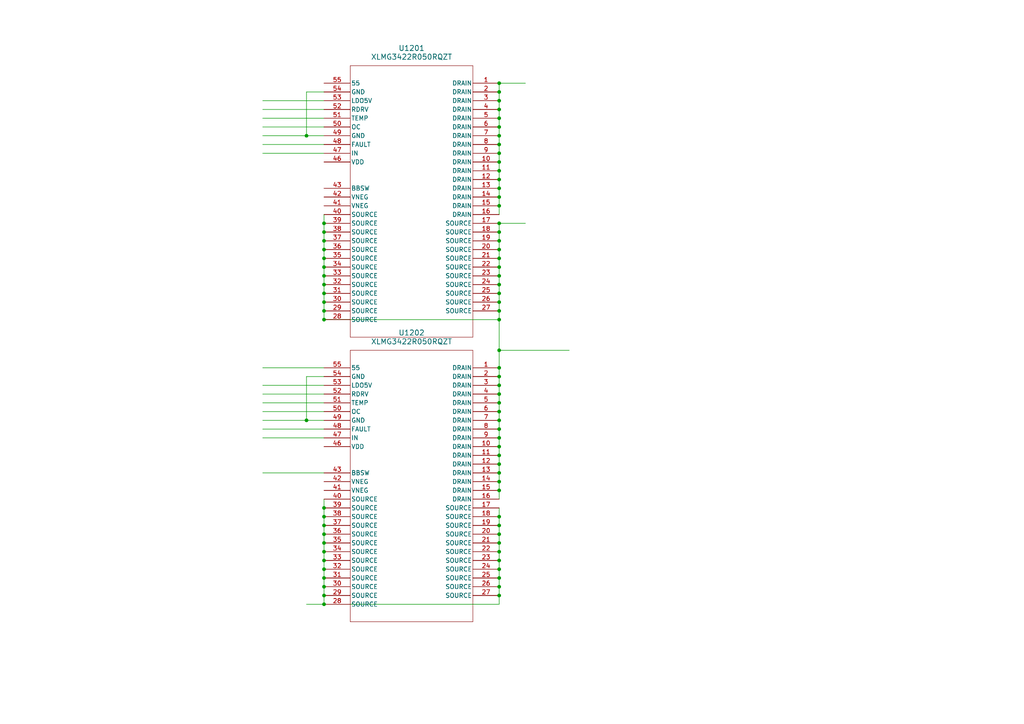
<source format=kicad_sch>
(kicad_sch (version 20231120) (generator "eeschema") (generator_version "8.0")
  (paper "A4")
  (lib_symbols
    (symbol "LMG3422R050RQZR:XLMG3422R050RQZT" (pin_names (offset 0.254))
      (property "Reference" "U" (at 25.4 10.16 0))
      (property "Value" "XLMG3422R050RQZT" (at 25.4 7.62 0))
      (symbol "XLMG3422R050RQZT_0_1"
        (polyline (pts (xy 7.62 -73.66) (xy 43.18 -73.66)) (stroke (width 0.127)))
        (polyline (pts (xy 7.62 5.08) (xy 7.62 -73.66)) (stroke (width 0.127)))
        (polyline (pts (xy 43.18 -73.66) (xy 43.18 5.08)) (stroke (width 0.127)))
        (polyline (pts (xy 43.18 5.08) (xy 7.62 5.08)) (stroke (width 0.127)))
        (pin unspecified line (at 0 0 0) (length 7.62) (name "DRAIN") (number "1"))
        (pin unspecified line (at 0 -22.86 0) (length 7.62) (name "DRAIN") (number "10"))
        (pin unspecified line (at 0 -25.4 0) (length 7.62) (name "DRAIN") (number "11"))
        (pin unspecified line (at 0 -27.94 0) (length 7.62) (name "DRAIN") (number "12"))
        (pin unspecified line (at 0 -30.48 0) (length 7.62) (name "DRAIN") (number "13"))
        (pin unspecified line (at 0 -33.02 0) (length 7.62) (name "DRAIN") (number "14"))
        (pin unspecified line (at 0 -35.56 0) (length 7.62) (name "DRAIN") (number "15"))
        (pin unspecified line (at 0 -38.1 0) (length 7.62) (name "DRAIN") (number "16"))
        (pin unspecified line (at 0 -40.64 0) (length 7.62) (name "SOURCE") (number "17"))
        (pin unspecified line (at 0 -43.18 0) (length 7.62) (name "SOURCE") (number "18"))
        (pin unspecified line (at 0 -45.72 0) (length 7.62) (name "SOURCE") (number "19"))
        (pin unspecified line (at 0 -2.54 0) (length 7.62) (name "DRAIN") (number "2"))
        (pin unspecified line (at 0 -48.26 0) (length 7.62) (name "SOURCE") (number "20"))
        (pin unspecified line (at 0 -50.8 0) (length 7.62) (name "SOURCE") (number "21"))
        (pin unspecified line (at 0 -53.34 0) (length 7.62) (name "SOURCE") (number "22"))
        (pin unspecified line (at 0 -55.88 0) (length 7.62) (name "SOURCE") (number "23"))
        (pin unspecified line (at 0 -58.42 0) (length 7.62) (name "SOURCE") (number "24"))
        (pin unspecified line (at 0 -60.96 0) (length 7.62) (name "SOURCE") (number "25"))
        (pin unspecified line (at 0 -63.5 0) (length 7.62) (name "SOURCE") (number "26"))
        (pin unspecified line (at 0 -66.04 0) (length 7.62) (name "SOURCE") (number "27"))
        (pin unspecified line (at 50.8 -68.58 180) (length 7.62) (name "SOURCE") (number "28"))
        (pin unspecified line (at 50.8 -66.04 180) (length 7.62) (name "SOURCE") (number "29"))
        (pin unspecified line (at 0 -5.08 0) (length 7.62) (name "DRAIN") (number "3"))
        (pin unspecified line (at 50.8 -63.5 180) (length 7.62) (name "SOURCE") (number "30"))
        (pin unspecified line (at 50.8 -60.96 180) (length 7.62) (name "SOURCE") (number "31"))
        (pin unspecified line (at 50.8 -58.42 180) (length 7.62) (name "SOURCE") (number "32"))
        (pin unspecified line (at 50.8 -55.88 180) (length 7.62) (name "SOURCE") (number "33"))
        (pin unspecified line (at 50.8 -53.34 180) (length 7.62) (name "SOURCE") (number "34"))
        (pin unspecified line (at 50.8 -50.8 180) (length 7.62) (name "SOURCE") (number "35"))
        (pin unspecified line (at 50.8 -48.26 180) (length 7.62) (name "SOURCE") (number "36"))
        (pin unspecified line (at 50.8 -45.72 180) (length 7.62) (name "SOURCE") (number "37"))
        (pin unspecified line (at 50.8 -43.18 180) (length 7.62) (name "SOURCE") (number "38"))
        (pin unspecified line (at 50.8 -40.64 180) (length 7.62) (name "SOURCE") (number "39"))
        (pin unspecified line (at 0 -7.62 0) (length 7.62) (name "DRAIN") (number "4"))
        (pin unspecified line (at 50.8 -38.1 180) (length 7.62) (name "SOURCE") (number "40"))
        (pin unspecified line (at 50.8 -35.56 180) (length 7.62) (name "VNEG") (number "41"))
        (pin unspecified line (at 50.8 -33.02 180) (length 7.62) (name "VNEG") (number "42"))
        (pin unspecified line (at 50.8 -30.48 180) (length 7.62) (name "BBSW") (number "43"))
        (pin power_in line (at 50.8 -22.86 180) (length 7.62) (name "VDD") (number "46"))
        (pin input line (at 50.8 -20.32 180) (length 7.62) (name "IN") (number "47"))
        (pin unspecified line (at 50.8 -17.78 180) (length 7.62) (name "FAULT") (number "48"))
        (pin power_out line (at 50.8 -15.24 180) (length 7.62) (name "GND") (number "49"))
        (pin unspecified line (at 0 -10.16 0) (length 7.62) (name "DRAIN") (number "5"))
        (pin unspecified line (at 50.8 -12.7 180) (length 7.62) (name "OC") (number "50"))
        (pin unspecified line (at 50.8 -10.16 180) (length 7.62) (name "TEMP") (number "51"))
        (pin unspecified line (at 50.8 -7.62 180) (length 7.62) (name "RDRV") (number "52"))
        (pin unspecified line (at 50.8 -5.08 180) (length 7.62) (name "LDO5V") (number "53"))
        (pin power_out line (at 50.8 -2.54 180) (length 7.62) (name "GND") (number "54"))
        (pin unspecified line (at 50.8 0 180) (length 7.62) (name "55") (number "55"))
        (pin unspecified line (at 0 -12.7 0) (length 7.62) (name "DRAIN") (number "6"))
        (pin unspecified line (at 0 -15.24 0) (length 7.62) (name "DRAIN") (number "7"))
        (pin unspecified line (at 0 -17.78 0) (length 7.62) (name "DRAIN") (number "8"))
        (pin unspecified line (at 0 -20.32 0) (length 7.62) (name "DRAIN") (number "9"))
      )
    )
  )
  (junction (at 93.98 64.77))
  (junction (at 88.9 39.37))
  (junction (at 144.78 152.4))
  (junction (at 93.98 157.48))
  (junction (at 93.98 165.1))
  (junction (at 144.78 77.47))
  (junction (at 144.78 157.48))
  (junction (at 93.98 92.71))
  (junction (at 144.78 36.83))
  (junction (at 144.78 59.69))
  (junction (at 88.9 121.92))
  (junction (at 144.78 106.68))
  (junction (at 93.98 77.47))
  (junction (at 144.78 154.94))
  (junction (at 144.78 34.29))
  (junction (at 144.78 167.64))
  (junction (at 144.78 24.13))
  (junction (at 144.78 31.75))
  (junction (at 93.98 162.56))
  (junction (at 93.98 82.55))
  (junction (at 93.98 74.93))
  (junction (at 144.78 57.15))
  (junction (at 144.78 121.92))
  (junction (at 144.78 67.31))
  (junction (at 144.78 162.56))
  (junction (at 93.98 160.02))
  (junction (at 144.78 52.07))
  (junction (at 144.78 46.99))
  (junction (at 93.98 85.09))
  (junction (at 144.78 129.54))
  (junction (at 93.98 80.01))
  (junction (at 93.98 149.86))
  (junction (at 144.78 116.84))
  (junction (at 144.78 170.18))
  (junction (at 144.78 172.72))
  (junction (at 144.78 160.02))
  (junction (at 93.98 147.32))
  (junction (at 93.98 69.85))
  (junction (at 144.78 114.3))
  (junction (at 144.78 80.01))
  (junction (at 144.78 39.37))
  (junction (at 144.78 127))
  (junction (at 144.78 124.46))
  (junction (at 144.78 132.08))
  (junction (at 93.98 167.64))
  (junction (at 93.98 175.26))
  (junction (at 144.78 41.91))
  (junction (at 144.78 142.24))
  (junction (at 144.78 69.85))
  (junction (at 93.98 170.18))
  (junction (at 144.78 72.39))
  (junction (at 93.98 172.72))
  (junction (at 144.78 74.93))
  (junction (at 144.78 64.77))
  (junction (at 93.98 87.63))
  (junction (at 144.78 101.6))
  (junction (at 144.78 29.21))
  (junction (at 144.78 137.16))
  (junction (at 144.78 85.09))
  (junction (at 144.78 44.45))
  (junction (at 144.78 111.76))
  (junction (at 144.78 92.71))
  (junction (at 93.98 72.39))
  (junction (at 144.78 109.22))
  (junction (at 144.78 54.61))
  (junction (at 144.78 49.53))
  (junction (at 144.78 134.62))
  (junction (at 93.98 154.94))
  (junction (at 144.78 82.55))
  (junction (at 144.78 149.86))
  (junction (at 144.78 87.63))
  (junction (at 93.98 152.4))
  (junction (at 144.78 26.67))
  (junction (at 144.78 90.17))
  (junction (at 93.98 90.17))
  (junction (at 144.78 119.38))
  (junction (at 144.78 139.7))
  (junction (at 93.98 67.31))
  (junction (at 144.78 165.1))
  (wire (pts (xy 144.78 46.99) (xy 144.78 44.45)))
  (wire (pts (xy 144.78 137.16) (xy 144.78 139.7)))
  (wire (pts (xy 144.78 41.91) (xy 144.78 39.37)))
  (wire (pts (xy 144.78 24.13) (xy 152.4 24.13)))
  (wire (pts (xy 144.78 59.69) (xy 144.78 57.15)))
  (wire (pts (xy 93.98 67.31) (xy 93.98 69.85)))
  (wire (pts (xy 144.78 114.3) (xy 144.78 116.84)))
  (wire (pts (xy 144.78 139.7) (xy 144.78 142.24)))
  (wire (pts (xy 88.9 121.92) (xy 93.98 121.92)))
  (wire (pts (xy 144.78 67.31) (xy 144.78 64.77)))
  (wire (pts (xy 93.98 85.09) (xy 93.98 87.63)))
  (wire (pts (xy 144.78 31.75) (xy 144.78 29.21)))
  (wire (pts (xy 93.98 165.1) (xy 93.98 167.64)))
  (wire (pts (xy 76.2 29.21) (xy 93.98 29.21)))
  (wire (pts (xy 93.98 170.18) (xy 93.98 172.72)))
  (wire (pts (xy 144.78 175.26) (xy 144.78 172.72)))
  (wire (pts (xy 144.78 152.4) (xy 144.78 154.94)))
  (wire (pts (xy 93.98 154.94) (xy 93.98 157.48)))
  (wire (pts (xy 144.78 39.37) (xy 144.78 36.83)))
  (wire (pts (xy 144.78 101.6) (xy 144.78 92.71)))
  (wire (pts (xy 93.98 172.72) (xy 93.98 175.26)))
  (wire (pts (xy 144.78 49.53) (xy 144.78 46.99)))
  (wire (pts (xy 144.78 74.93) (xy 144.78 72.39)))
  (wire (pts (xy 144.78 80.01) (xy 144.78 77.47)))
  (wire (pts (xy 93.98 160.02) (xy 93.98 162.56)))
  (wire (pts (xy 93.98 77.47) (xy 93.98 80.01)))
  (wire (pts (xy 144.78 132.08) (xy 144.78 134.62)))
  (wire (pts (xy 144.78 121.92) (xy 144.78 124.46)))
  (wire (pts (xy 144.78 52.07) (xy 144.78 49.53)))
  (wire (pts (xy 144.78 101.6) (xy 165.1 101.6)))
  (wire (pts (xy 144.78 87.63) (xy 144.78 85.09)))
  (wire (pts (xy 88.9 109.22) (xy 93.98 109.22)))
  (wire (pts (xy 76.2 137.16) (xy 93.98 137.16)))
  (wire (pts (xy 144.78 106.68) (xy 144.78 101.6)))
  (wire (pts (xy 144.78 162.56) (xy 144.78 165.1)))
  (wire (pts (xy 76.2 39.37) (xy 88.9 39.37)))
  (wire (pts (xy 93.98 152.4) (xy 93.98 154.94)))
  (wire (pts (xy 88.9 175.26) (xy 93.98 175.26)))
  (wire (pts (xy 144.78 26.67) (xy 144.78 24.13)))
  (wire (pts (xy 76.2 31.75) (xy 93.98 31.75)))
  (wire (pts (xy 144.78 64.77) (xy 152.4 64.77)))
  (wire (pts (xy 88.9 26.67) (xy 88.9 39.37)))
  (wire (pts (xy 93.98 167.64) (xy 93.98 170.18)))
  (wire (pts (xy 144.78 154.94) (xy 144.78 157.48)))
  (wire (pts (xy 93.98 72.39) (xy 93.98 74.93)))
  (wire (pts (xy 93.98 147.32) (xy 93.98 149.86)))
  (wire (pts (xy 93.98 162.56) (xy 93.98 165.1)))
  (wire (pts (xy 144.78 111.76) (xy 144.78 114.3)))
  (wire (pts (xy 76.2 127) (xy 93.98 127)))
  (wire (pts (xy 144.78 77.47) (xy 144.78 74.93)))
  (wire (pts (xy 76.2 114.3) (xy 93.98 114.3)))
  (wire (pts (xy 93.98 64.77) (xy 93.98 67.31)))
  (wire (pts (xy 144.78 129.54) (xy 144.78 132.08)))
  (wire (pts (xy 76.2 36.83) (xy 93.98 36.83)))
  (wire (pts (xy 144.78 69.85) (xy 144.78 67.31)))
  (wire (pts (xy 76.2 111.76) (xy 93.98 111.76)))
  (wire (pts (xy 144.78 167.64) (xy 144.78 170.18)))
  (wire (pts (xy 76.2 124.46) (xy 93.98 124.46)))
  (wire (pts (xy 76.2 44.45) (xy 93.98 44.45)))
  (wire (pts (xy 144.78 90.17) (xy 144.78 87.63)))
  (wire (pts (xy 144.78 127) (xy 144.78 129.54)))
  (wire (pts (xy 76.2 119.38) (xy 93.98 119.38)))
  (wire (pts (xy 144.78 157.48) (xy 144.78 160.02)))
  (wire (pts (xy 88.9 121.92) (xy 88.9 109.22)))
  (wire (pts (xy 93.98 82.55) (xy 93.98 85.09)))
  (wire (pts (xy 144.78 44.45) (xy 144.78 41.91)))
  (wire (pts (xy 93.98 26.67) (xy 88.9 26.67)))
  (wire (pts (xy 93.98 157.48) (xy 93.98 160.02)))
  (wire (pts (xy 76.2 34.29) (xy 93.98 34.29)))
  (wire (pts (xy 144.78 134.62) (xy 144.78 137.16)))
  (wire (pts (xy 93.98 90.17) (xy 93.98 92.71)))
  (wire (pts (xy 144.78 124.46) (xy 144.78 127)))
  (wire (pts (xy 88.9 39.37) (xy 93.98 39.37)))
  (wire (pts (xy 93.98 92.71) (xy 144.78 92.71)))
  (wire (pts (xy 144.78 82.55) (xy 144.78 80.01)))
  (wire (pts (xy 144.78 62.23) (xy 144.78 59.69)))
  (wire (pts (xy 144.78 109.22) (xy 144.78 111.76)))
  (wire (pts (xy 76.2 121.92) (xy 88.9 121.92)))
  (wire (pts (xy 144.78 106.68) (xy 144.78 109.22)))
  (wire (pts (xy 76.2 41.91) (xy 93.98 41.91)))
  (wire (pts (xy 144.78 149.86) (xy 144.78 152.4)))
  (wire (pts (xy 93.98 80.01) (xy 93.98 82.55)))
  (wire (pts (xy 93.98 175.26) (xy 144.78 175.26)))
  (wire (pts (xy 144.78 57.15) (xy 144.78 54.61)))
  (wire (pts (xy 144.78 72.39) (xy 144.78 69.85)))
  (wire (pts (xy 144.78 147.32) (xy 144.78 149.86)))
  (wire (pts (xy 144.78 54.61) (xy 144.78 52.07)))
  (wire (pts (xy 144.78 36.83) (xy 144.78 34.29)))
  (wire (pts (xy 144.78 160.02) (xy 144.78 162.56)))
  (wire (pts (xy 144.78 92.71) (xy 144.78 90.17)))
  (wire (pts (xy 144.78 85.09) (xy 144.78 82.55)))
  (wire (pts (xy 93.98 87.63) (xy 93.98 90.17)))
  (wire (pts (xy 144.78 119.38) (xy 144.78 121.92)))
  (wire (pts (xy 76.2 116.84) (xy 93.98 116.84)))
  (wire (pts (xy 76.2 106.68) (xy 93.98 106.68)))
  (wire (pts (xy 144.78 170.18) (xy 144.78 172.72)))
  (wire (pts (xy 144.78 34.29) (xy 144.78 31.75)))
  (wire (pts (xy 144.78 29.21) (xy 144.78 26.67)))
  (wire (pts (xy 93.98 62.23) (xy 93.98 64.77)))
  (wire (pts (xy 144.78 116.84) (xy 144.78 119.38)))
  (wire (pts (xy 93.98 69.85) (xy 93.98 72.39)))
  (wire (pts (xy 93.98 149.86) (xy 93.98 152.4)))
  (wire (pts (xy 93.98 74.93) (xy 93.98 77.47)))
  (wire (pts (xy 93.98 144.78) (xy 93.98 147.32)))
  (wire (pts (xy 144.78 142.24) (xy 144.78 144.78)))
  (wire (pts (xy 144.78 165.1) (xy 144.78 167.64)))
  (symbol (lib_id "LMG3422R050RQZR:XLMG3422R050RQZT") (at 144.78 24.13 0) (mirror y) (unit 1)
    (property "Reference" "U1201" (at 119.38 13.97 0) (effects (font (size 1.524 1.524))))
    (property "Value" "XLMG3422R050RQZT" (at 119.38 16.51 0) (effects (font (size 1.524 1.524))))
    (property "Footprint" "Package_QFP:VQFN-54_12x12" (effects (hide yes)))
    (property "Datasheet" "XLMG3422R050RQZT" (effects (hide yes)))
  )
  (symbol (lib_id "LMG3422R050RQZR:XLMG3422R050RQZT") (at 144.78 106.68 0) (mirror y) (unit 1)
    (property "Reference" "U1202" (at 119.38 96.52 0) (effects (font (size 1.524 1.524))))
    (property "Value" "XLMG3422R050RQZT" (at 119.38 99.06 0) (effects (font (size 1.524 1.524))))
    (property "Footprint" "Package_QFP:VQFN-54_12x12" (effects (hide yes)))
    (property "Datasheet" "XLMG3422R050RQZT" (effects (hide yes)))
  )
)
</source>
